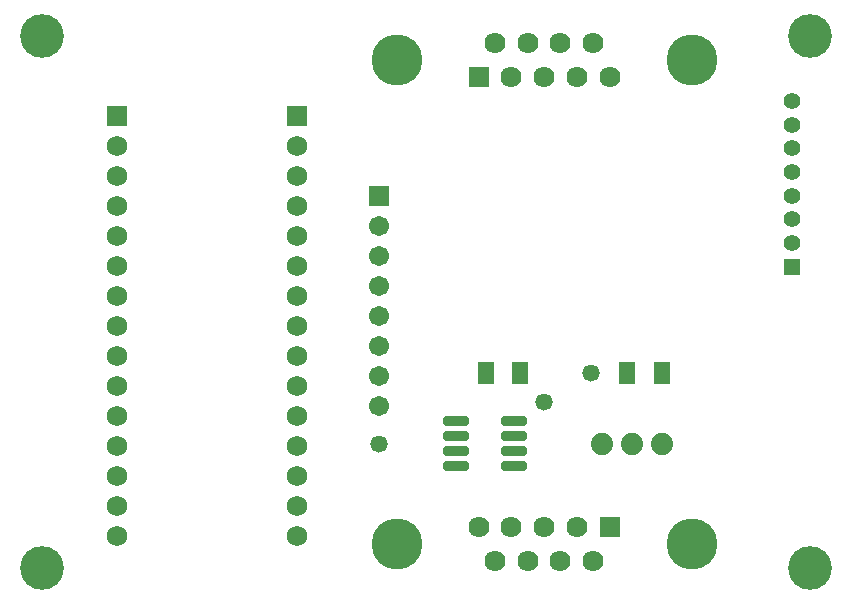
<source format=gts>
G04*
G04 #@! TF.GenerationSoftware,Altium Limited,Altium Designer,22.8.2 (66)*
G04*
G04 Layer_Color=8388736*
%FSLAX42Y42*%
%MOMM*%
G71*
G04*
G04 #@! TF.SameCoordinates,BE8FE92B-6F1C-4FB6-9944-1E67C46C6413*
G04*
G04*
G04 #@! TF.FilePolarity,Negative*
G04*
G01*
G75*
%ADD16R,1.33X1.97*%
G04:AMPARAMS|DCode=17|XSize=2.17mm|YSize=0.8mm|CornerRadius=0.18mm|HoleSize=0mm|Usage=FLASHONLY|Rotation=0.000|XOffset=0mm|YOffset=0mm|HoleType=Round|Shape=RoundedRectangle|*
%AMROUNDEDRECTD17*
21,1,2.17,0.45,0,0,0.0*
21,1,1.82,0.80,0,0,0.0*
1,1,0.35,0.91,-0.23*
1,1,0.35,-0.91,-0.23*
1,1,0.35,-0.91,0.23*
1,1,0.35,0.91,0.23*
%
%ADD17ROUNDEDRECTD17*%
%ADD18R,1.71X1.71*%
%ADD19C,1.71*%
%ADD20C,4.32*%
%ADD21R,1.78X1.78*%
%ADD22C,1.78*%
%ADD23R,1.41X1.41*%
%ADD24C,1.41*%
%ADD25C,3.70*%
%ADD26C,1.88*%
%ADD27C,1.73*%
%ADD28R,1.73X1.73*%
%ADD29C,1.47*%
D16*
X5203Y1900D02*
D03*
X5497D02*
D03*
X4006D02*
D03*
X4300D02*
D03*
D17*
X3753Y1490D02*
D03*
Y1364D02*
D03*
Y1236D02*
D03*
Y1110D02*
D03*
X4247D02*
D03*
Y1236D02*
D03*
Y1364D02*
D03*
Y1490D02*
D03*
D18*
X3100Y3398D02*
D03*
D19*
Y3144D02*
D03*
Y2890D02*
D03*
Y2636D02*
D03*
Y2382D02*
D03*
Y2128D02*
D03*
Y1874D02*
D03*
Y1620D02*
D03*
D20*
X5749Y450D02*
D03*
X3251D02*
D03*
Y4550D02*
D03*
X5749D02*
D03*
D21*
X5054Y592D02*
D03*
X3946Y4408D02*
D03*
D22*
X4915Y308D02*
D03*
X4777Y592D02*
D03*
X4638Y308D02*
D03*
X4500Y592D02*
D03*
X4362Y308D02*
D03*
X4223Y592D02*
D03*
X4085Y308D02*
D03*
X3946Y592D02*
D03*
X4085Y4692D02*
D03*
X4223Y4408D02*
D03*
X4362Y4692D02*
D03*
X4500Y4408D02*
D03*
X4638Y4692D02*
D03*
X4777Y4408D02*
D03*
X4915Y4692D02*
D03*
X5054Y4408D02*
D03*
D23*
X6600Y2800D02*
D03*
D24*
Y3000D02*
D03*
Y3200D02*
D03*
Y3400D02*
D03*
Y3600D02*
D03*
Y4200D02*
D03*
Y3800D02*
D03*
Y4000D02*
D03*
D25*
X6750Y4750D02*
D03*
Y250D02*
D03*
X250D02*
D03*
Y4750D02*
D03*
D26*
X5500Y1300D02*
D03*
X4992D02*
D03*
X5246D02*
D03*
D27*
X888Y516D02*
D03*
Y770D02*
D03*
Y1023D02*
D03*
Y1277D02*
D03*
Y1531D02*
D03*
Y1785D02*
D03*
Y2040D02*
D03*
Y2293D02*
D03*
Y2548D02*
D03*
Y2801D02*
D03*
Y3056D02*
D03*
Y3310D02*
D03*
Y3563D02*
D03*
Y3817D02*
D03*
X2412Y516D02*
D03*
Y770D02*
D03*
Y1023D02*
D03*
Y1277D02*
D03*
Y1531D02*
D03*
Y1785D02*
D03*
Y2040D02*
D03*
Y2293D02*
D03*
Y2548D02*
D03*
Y2801D02*
D03*
Y3056D02*
D03*
Y3310D02*
D03*
Y3563D02*
D03*
Y3817D02*
D03*
D28*
X888Y4072D02*
D03*
X2412D02*
D03*
D29*
X4900Y1900D02*
D03*
X4500Y1650D02*
D03*
X3100Y1300D02*
D03*
M02*

</source>
